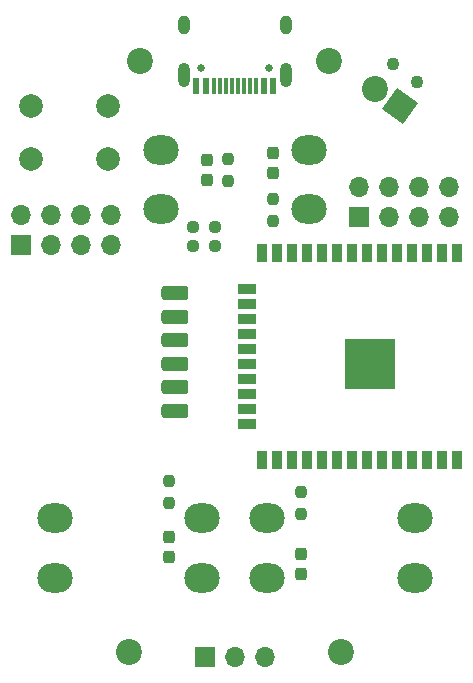
<source format=gbs>
%TF.GenerationSoftware,KiCad,Pcbnew,7.0.6*%
%TF.CreationDate,2024-01-07T21:19:13+01:00*%
%TF.ProjectId,esp-lamp,6573702d-6c61-46d7-902e-6b696361645f,rev?*%
%TF.SameCoordinates,Original*%
%TF.FileFunction,Soldermask,Bot*%
%TF.FilePolarity,Negative*%
%FSLAX46Y46*%
G04 Gerber Fmt 4.6, Leading zero omitted, Abs format (unit mm)*
G04 Created by KiCad (PCBNEW 7.0.6) date 2024-01-07 21:19:13*
%MOMM*%
%LPD*%
G01*
G04 APERTURE LIST*
G04 Aperture macros list*
%AMRoundRect*
0 Rectangle with rounded corners*
0 $1 Rounding radius*
0 $2 $3 $4 $5 $6 $7 $8 $9 X,Y pos of 4 corners*
0 Add a 4 corners polygon primitive as box body*
4,1,4,$2,$3,$4,$5,$6,$7,$8,$9,$2,$3,0*
0 Add four circle primitives for the rounded corners*
1,1,$1+$1,$2,$3*
1,1,$1+$1,$4,$5*
1,1,$1+$1,$6,$7*
1,1,$1+$1,$8,$9*
0 Add four rect primitives between the rounded corners*
20,1,$1+$1,$2,$3,$4,$5,0*
20,1,$1+$1,$4,$5,$6,$7,0*
20,1,$1+$1,$6,$7,$8,$9,0*
20,1,$1+$1,$8,$9,$2,$3,0*%
%AMRotRect*
0 Rectangle, with rotation*
0 The origin of the aperture is its center*
0 $1 length*
0 $2 width*
0 $3 Rotation angle, in degrees counterclockwise*
0 Add horizontal line*
21,1,$1,$2,0,0,$3*%
G04 Aperture macros list end*
%ADD10C,2.200000*%
%ADD11R,1.700000X1.700000*%
%ADD12O,1.700000X1.700000*%
%ADD13C,1.100000*%
%ADD14RotRect,2.200000X2.200000X144.500000*%
%ADD15O,3.000000X2.500000*%
%ADD16C,2.000000*%
%ADD17RoundRect,0.237500X-0.250000X-0.237500X0.250000X-0.237500X0.250000X0.237500X-0.250000X0.237500X0*%
%ADD18RoundRect,0.310000X0.833000X0.310000X-0.833000X0.310000X-0.833000X-0.310000X0.833000X-0.310000X0*%
%ADD19RoundRect,0.237500X0.237500X-0.250000X0.237500X0.250000X-0.237500X0.250000X-0.237500X-0.250000X0*%
%ADD20RoundRect,0.237500X-0.237500X0.250000X-0.237500X-0.250000X0.237500X-0.250000X0.237500X0.250000X0*%
%ADD21RoundRect,0.237500X-0.237500X0.300000X-0.237500X-0.300000X0.237500X-0.300000X0.237500X0.300000X0*%
%ADD22R,0.900000X1.500000*%
%ADD23R,1.500000X0.900000*%
%ADD24C,0.800000*%
%ADD25R,4.200000X4.200000*%
%ADD26C,0.650000*%
%ADD27R,0.600000X1.450000*%
%ADD28R,0.300000X1.450000*%
%ADD29O,1.000000X1.600000*%
%ADD30O,1.000000X2.100000*%
G04 APERTURE END LIST*
D10*
%TO.C,REF\u002A\u002A*%
X143000000Y-125000000D03*
%TD*%
D11*
%TO.C,J3*%
X115920000Y-90540000D03*
D12*
X115920000Y-88000000D03*
X118460000Y-90540000D03*
X118460000Y-88000000D03*
X121000000Y-90540000D03*
X121000000Y-88000000D03*
X123540000Y-90540000D03*
X123540000Y-88000000D03*
%TD*%
D11*
%TO.C,J2*%
X144520000Y-88200000D03*
D12*
X144520000Y-85660000D03*
X147060000Y-88200000D03*
X147060000Y-85660000D03*
X149600000Y-88200000D03*
X149600000Y-85660000D03*
X152140000Y-88200000D03*
X152140000Y-85660000D03*
%TD*%
D13*
%TO.C,J1*%
X149420386Y-76728198D03*
X147352532Y-75253212D03*
D14*
X147945400Y-78796051D03*
D10*
X145877547Y-77321065D03*
%TD*%
D15*
%TO.C,SW2*%
X127750000Y-82500000D03*
X140250000Y-82500000D03*
X127750000Y-87500000D03*
X140250000Y-87500000D03*
%TD*%
D10*
%TO.C,REF\u002A\u002A*%
X142000000Y-75000000D03*
%TD*%
D16*
%TO.C,SW1*%
X116750000Y-78750000D03*
X123250000Y-78750000D03*
X116750000Y-83250000D03*
X123250000Y-83250000D03*
%TD*%
D10*
%TO.C,REF\u002A\u002A*%
X125000000Y-125000000D03*
%TD*%
D15*
%TO.C,SW3*%
X118750000Y-113700000D03*
X131250000Y-113700000D03*
X118750000Y-118700000D03*
X131250000Y-118700000D03*
%TD*%
D10*
%TO.C,REF\u002A\u002A*%
X126000000Y-75000000D03*
%TD*%
D11*
%TO.C,J4*%
X131460000Y-125400000D03*
D12*
X134000000Y-125400000D03*
X136540000Y-125400000D03*
%TD*%
D15*
%TO.C,SW4*%
X136750000Y-113700000D03*
X149250000Y-113700000D03*
X136750000Y-118700000D03*
X149250000Y-118700000D03*
%TD*%
D17*
%TO.C,R2*%
X130487500Y-89000000D03*
X132312500Y-89000000D03*
%TD*%
%TO.C,R1*%
X130487500Y-90600000D03*
X132312500Y-90600000D03*
%TD*%
D18*
%TO.C,U3*%
X128900000Y-94600000D03*
X128900000Y-96600000D03*
X128900000Y-98600000D03*
X128900000Y-100600000D03*
X128900000Y-102600000D03*
X128900000Y-104600000D03*
%TD*%
D19*
%TO.C,R11*%
X137200000Y-88512500D03*
X137200000Y-86687500D03*
%TD*%
D20*
%TO.C,R12*%
X128400000Y-110537500D03*
X128400000Y-112362500D03*
%TD*%
D21*
%TO.C,C6*%
X131600000Y-83337500D03*
X131600000Y-85062500D03*
%TD*%
%TO.C,C8*%
X128400000Y-115275000D03*
X128400000Y-117000000D03*
%TD*%
D20*
%TO.C,R13*%
X139600000Y-111487500D03*
X139600000Y-113312500D03*
%TD*%
D21*
%TO.C,C7*%
X137200000Y-82737500D03*
X137200000Y-84462500D03*
%TD*%
D22*
%TO.C,U2*%
X152815000Y-108720000D03*
X151545000Y-108720000D03*
X150275000Y-108720000D03*
X149005000Y-108720000D03*
X147735000Y-108720000D03*
X146465000Y-108720000D03*
X145195000Y-108720000D03*
X143925000Y-108720000D03*
X142655000Y-108720000D03*
X141385000Y-108720000D03*
X140115000Y-108720000D03*
X138845000Y-108720000D03*
X137575000Y-108720000D03*
X136305000Y-108720000D03*
D23*
X135055000Y-105680000D03*
X135055000Y-104410000D03*
X135055000Y-103140000D03*
X135055000Y-101870000D03*
X135055000Y-100600000D03*
X135055000Y-99330000D03*
X135055000Y-98060000D03*
X135055000Y-96790000D03*
X135055000Y-95520000D03*
X135055000Y-94250000D03*
D22*
X136305000Y-91220000D03*
X137575000Y-91220000D03*
X138845000Y-91220000D03*
X140115000Y-91220000D03*
X141385000Y-91220000D03*
X142655000Y-91220000D03*
X143925000Y-91220000D03*
X145195000Y-91220000D03*
X146465000Y-91220000D03*
X147735000Y-91220000D03*
X149005000Y-91220000D03*
X150275000Y-91220000D03*
X151545000Y-91220000D03*
X152815000Y-91220000D03*
D24*
X144665000Y-101370000D03*
X146165000Y-101370000D03*
D25*
X145475000Y-100650000D03*
D24*
X144665000Y-99870000D03*
X146165000Y-99870000D03*
%TD*%
D21*
%TO.C,C9*%
X139600000Y-116675000D03*
X139600000Y-118400000D03*
%TD*%
D19*
%TO.C,R7*%
X133400000Y-85112500D03*
X133400000Y-83287500D03*
%TD*%
D26*
%TO.C,J5*%
X131110000Y-75600000D03*
X136890000Y-75600000D03*
D27*
X130750000Y-77045000D03*
X131550000Y-77045000D03*
D28*
X132750000Y-77045000D03*
X133750000Y-77045000D03*
X134250000Y-77045000D03*
X135250000Y-77045000D03*
D27*
X136450000Y-77045000D03*
X137250000Y-77045000D03*
X137250000Y-77045000D03*
X136450000Y-77045000D03*
D28*
X135750000Y-77045000D03*
X134750000Y-77045000D03*
X133250000Y-77045000D03*
X132250000Y-77045000D03*
D27*
X131550000Y-77045000D03*
X130750000Y-77045000D03*
D29*
X129680000Y-71950000D03*
D30*
X129680000Y-76130000D03*
D29*
X138320000Y-71950000D03*
D30*
X138320000Y-76130000D03*
%TD*%
M02*

</source>
